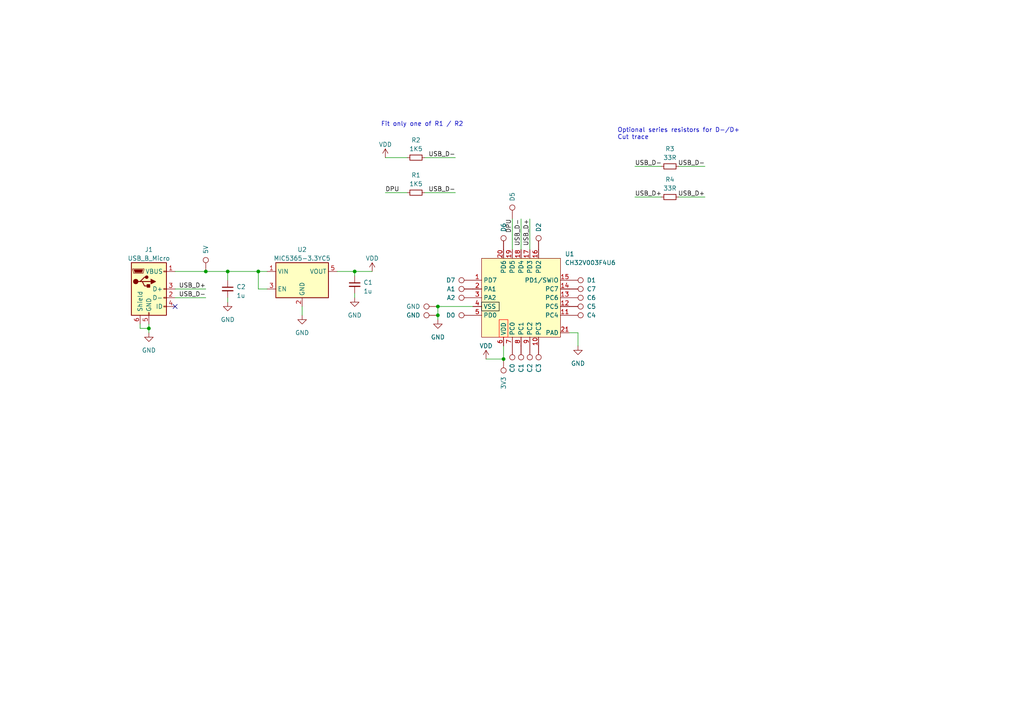
<source format=kicad_sch>
(kicad_sch (version 20230121) (generator eeschema)

  (uuid ef4178df-80dc-4b07-aa16-11f8afe534c0)

  (paper "A4")

  (lib_symbols
    (symbol "CH32:CH32V003F4U6" (in_bom yes) (on_board yes)
      (property "Reference" "U" (at 12.7 15.24 0)
        (effects (font (size 1.27 1.27)) (justify left))
      )
      (property "Value" "CH32V003F4U6" (at 12.7 12.7 0)
        (effects (font (size 1.27 1.27)) (justify left))
      )
      (property "Footprint" "Package_DFN_QFN:QFN-20-1EP_3x3mm_P0.4mm_EP1.65x1.65mm" (at 0 0 0)
        (effects (font (size 1.27 1.27)) hide)
      )
      (property "Datasheet" "" (at 0 0 0)
        (effects (font (size 1.27 1.27)) hide)
      )
      (symbol "CH32V003F4U6_1_1"
        (rectangle (start -11.43 -1.27) (end -6.35 -3.81)
          (stroke (width 0) (type default) (color 0 0 0 1))
          (fill (type none))
        )
        (rectangle (start -11.43 11.43) (end 11.43 -11.43)
          (stroke (width 0) (type default))
          (fill (type background))
        )
        (rectangle (start -6.35 -6.35) (end -3.81 -11.43)
          (stroke (width 0) (type default) (color 255 0 0 1))
          (fill (type none))
        )
        (pin bidirectional line (at -13.97 5.08 0) (length 2.54)
          (name "PD7" (effects (font (size 1.27 1.27))))
          (number "1" (effects (font (size 1.27 1.27))))
        )
        (pin bidirectional line (at 5.08 -13.97 90) (length 2.54)
          (name "PC3" (effects (font (size 1.27 1.27))))
          (number "10" (effects (font (size 1.27 1.27))))
        )
        (pin bidirectional line (at 13.97 -5.08 180) (length 2.54)
          (name "PC4" (effects (font (size 1.27 1.27))))
          (number "11" (effects (font (size 1.27 1.27))))
        )
        (pin bidirectional line (at 13.97 -2.54 180) (length 2.54)
          (name "PC5" (effects (font (size 1.27 1.27))))
          (number "12" (effects (font (size 1.27 1.27))))
        )
        (pin bidirectional line (at 13.97 0 180) (length 2.54)
          (name "PC6" (effects (font (size 1.27 1.27))))
          (number "13" (effects (font (size 1.27 1.27))))
        )
        (pin bidirectional line (at 13.97 2.54 180) (length 2.54)
          (name "PC7" (effects (font (size 1.27 1.27))))
          (number "14" (effects (font (size 1.27 1.27))))
        )
        (pin bidirectional line (at 13.97 5.08 180) (length 2.54)
          (name "PD1/SWIO" (effects (font (size 1.27 1.27))))
          (number "15" (effects (font (size 1.27 1.27))))
        )
        (pin bidirectional line (at 5.08 13.97 270) (length 2.54)
          (name "PD2" (effects (font (size 1.27 1.27))))
          (number "16" (effects (font (size 1.27 1.27))))
        )
        (pin bidirectional line (at 2.54 13.97 270) (length 2.54)
          (name "PD3" (effects (font (size 1.27 1.27))))
          (number "17" (effects (font (size 1.27 1.27))))
        )
        (pin bidirectional line (at 0 13.97 270) (length 2.54)
          (name "PD4" (effects (font (size 1.27 1.27))))
          (number "18" (effects (font (size 1.27 1.27))))
        )
        (pin bidirectional line (at -2.54 13.97 270) (length 2.54)
          (name "PD5" (effects (font (size 1.27 1.27))))
          (number "19" (effects (font (size 1.27 1.27))))
        )
        (pin bidirectional line (at -13.97 2.54 0) (length 2.54)
          (name "PA1" (effects (font (size 1.27 1.27))))
          (number "2" (effects (font (size 1.27 1.27))))
        )
        (pin bidirectional line (at -5.08 13.97 270) (length 2.54)
          (name "PD6" (effects (font (size 1.27 1.27))))
          (number "20" (effects (font (size 1.27 1.27))))
        )
        (pin bidirectional line (at 13.97 -10.16 180) (length 2.54)
          (name "PAD" (effects (font (size 1.27 1.27))))
          (number "21" (effects (font (size 1.27 1.27))))
        )
        (pin bidirectional line (at -13.97 0 0) (length 2.54)
          (name "PA2" (effects (font (size 1.27 1.27))))
          (number "3" (effects (font (size 1.27 1.27))))
        )
        (pin power_in line (at -13.97 -2.54 0) (length 2.54)
          (name "VSS" (effects (font (size 1.27 1.27))))
          (number "4" (effects (font (size 1.27 1.27))))
        )
        (pin bidirectional line (at -13.97 -5.08 0) (length 2.54)
          (name "PD0" (effects (font (size 1.27 1.27))))
          (number "5" (effects (font (size 1.27 1.27))))
        )
        (pin power_in line (at -5.08 -13.97 90) (length 2.54)
          (name "VDD" (effects (font (size 1.27 1.27))))
          (number "6" (effects (font (size 1.27 1.27))))
        )
        (pin bidirectional line (at -2.54 -13.97 90) (length 2.54)
          (name "PC0" (effects (font (size 1.27 1.27))))
          (number "7" (effects (font (size 1.27 1.27))))
        )
        (pin bidirectional line (at 0 -13.97 90) (length 2.54)
          (name "PC1" (effects (font (size 1.27 1.27))))
          (number "8" (effects (font (size 1.27 1.27))))
        )
        (pin bidirectional line (at 2.54 -13.97 90) (length 2.54)
          (name "PC2" (effects (font (size 1.27 1.27))))
          (number "9" (effects (font (size 1.27 1.27))))
        )
      )
    )
    (symbol "Connector:TestPoint" (pin_numbers hide) (pin_names (offset 0.762) hide) (in_bom yes) (on_board yes)
      (property "Reference" "TP" (at 0 6.858 0)
        (effects (font (size 1.27 1.27)))
      )
      (property "Value" "TestPoint" (at 0 5.08 0)
        (effects (font (size 1.27 1.27)))
      )
      (property "Footprint" "" (at 5.08 0 0)
        (effects (font (size 1.27 1.27)) hide)
      )
      (property "Datasheet" "~" (at 5.08 0 0)
        (effects (font (size 1.27 1.27)) hide)
      )
      (property "ki_keywords" "test point tp" (at 0 0 0)
        (effects (font (size 1.27 1.27)) hide)
      )
      (property "ki_description" "test point" (at 0 0 0)
        (effects (font (size 1.27 1.27)) hide)
      )
      (property "ki_fp_filters" "Pin* Test*" (at 0 0 0)
        (effects (font (size 1.27 1.27)) hide)
      )
      (symbol "TestPoint_0_1"
        (circle (center 0 3.302) (radius 0.762)
          (stroke (width 0) (type default))
          (fill (type none))
        )
      )
      (symbol "TestPoint_1_1"
        (pin passive line (at 0 0 90) (length 2.54)
          (name "1" (effects (font (size 1.27 1.27))))
          (number "1" (effects (font (size 1.27 1.27))))
        )
      )
    )
    (symbol "Connector:USB_B_Micro" (pin_names (offset 1.016)) (in_bom yes) (on_board yes)
      (property "Reference" "J" (at -5.08 11.43 0)
        (effects (font (size 1.27 1.27)) (justify left))
      )
      (property "Value" "USB_B_Micro" (at -5.08 8.89 0)
        (effects (font (size 1.27 1.27)) (justify left))
      )
      (property "Footprint" "" (at 3.81 -1.27 0)
        (effects (font (size 1.27 1.27)) hide)
      )
      (property "Datasheet" "~" (at 3.81 -1.27 0)
        (effects (font (size 1.27 1.27)) hide)
      )
      (property "ki_keywords" "connector USB micro" (at 0 0 0)
        (effects (font (size 1.27 1.27)) hide)
      )
      (property "ki_description" "USB Micro Type B connector" (at 0 0 0)
        (effects (font (size 1.27 1.27)) hide)
      )
      (property "ki_fp_filters" "USB*" (at 0 0 0)
        (effects (font (size 1.27 1.27)) hide)
      )
      (symbol "USB_B_Micro_0_1"
        (rectangle (start -5.08 -7.62) (end 5.08 7.62)
          (stroke (width 0.254) (type default))
          (fill (type background))
        )
        (circle (center -3.81 2.159) (radius 0.635)
          (stroke (width 0.254) (type default))
          (fill (type outline))
        )
        (circle (center -0.635 3.429) (radius 0.381)
          (stroke (width 0.254) (type default))
          (fill (type outline))
        )
        (rectangle (start -0.127 -7.62) (end 0.127 -6.858)
          (stroke (width 0) (type default))
          (fill (type none))
        )
        (polyline
          (pts
            (xy -1.905 2.159)
            (xy 0.635 2.159)
          )
          (stroke (width 0.254) (type default))
          (fill (type none))
        )
        (polyline
          (pts
            (xy -3.175 2.159)
            (xy -2.54 2.159)
            (xy -1.27 3.429)
            (xy -0.635 3.429)
          )
          (stroke (width 0.254) (type default))
          (fill (type none))
        )
        (polyline
          (pts
            (xy -2.54 2.159)
            (xy -1.905 2.159)
            (xy -1.27 0.889)
            (xy 0 0.889)
          )
          (stroke (width 0.254) (type default))
          (fill (type none))
        )
        (polyline
          (pts
            (xy 0.635 2.794)
            (xy 0.635 1.524)
            (xy 1.905 2.159)
            (xy 0.635 2.794)
          )
          (stroke (width 0.254) (type default))
          (fill (type outline))
        )
        (polyline
          (pts
            (xy -4.318 5.588)
            (xy -1.778 5.588)
            (xy -2.032 4.826)
            (xy -4.064 4.826)
            (xy -4.318 5.588)
          )
          (stroke (width 0) (type default))
          (fill (type outline))
        )
        (polyline
          (pts
            (xy -4.699 5.842)
            (xy -4.699 5.588)
            (xy -4.445 4.826)
            (xy -4.445 4.572)
            (xy -1.651 4.572)
            (xy -1.651 4.826)
            (xy -1.397 5.588)
            (xy -1.397 5.842)
            (xy -4.699 5.842)
          )
          (stroke (width 0) (type default))
          (fill (type none))
        )
        (rectangle (start 0.254 1.27) (end -0.508 0.508)
          (stroke (width 0.254) (type default))
          (fill (type outline))
        )
        (rectangle (start 5.08 -5.207) (end 4.318 -4.953)
          (stroke (width 0) (type default))
          (fill (type none))
        )
        (rectangle (start 5.08 -2.667) (end 4.318 -2.413)
          (stroke (width 0) (type default))
          (fill (type none))
        )
        (rectangle (start 5.08 -0.127) (end 4.318 0.127)
          (stroke (width 0) (type default))
          (fill (type none))
        )
        (rectangle (start 5.08 4.953) (end 4.318 5.207)
          (stroke (width 0) (type default))
          (fill (type none))
        )
      )
      (symbol "USB_B_Micro_1_1"
        (pin power_out line (at 7.62 5.08 180) (length 2.54)
          (name "VBUS" (effects (font (size 1.27 1.27))))
          (number "1" (effects (font (size 1.27 1.27))))
        )
        (pin bidirectional line (at 7.62 -2.54 180) (length 2.54)
          (name "D-" (effects (font (size 1.27 1.27))))
          (number "2" (effects (font (size 1.27 1.27))))
        )
        (pin bidirectional line (at 7.62 0 180) (length 2.54)
          (name "D+" (effects (font (size 1.27 1.27))))
          (number "3" (effects (font (size 1.27 1.27))))
        )
        (pin passive line (at 7.62 -5.08 180) (length 2.54)
          (name "ID" (effects (font (size 1.27 1.27))))
          (number "4" (effects (font (size 1.27 1.27))))
        )
        (pin power_out line (at 0 -10.16 90) (length 2.54)
          (name "GND" (effects (font (size 1.27 1.27))))
          (number "5" (effects (font (size 1.27 1.27))))
        )
        (pin passive line (at -2.54 -10.16 90) (length 2.54)
          (name "Shield" (effects (font (size 1.27 1.27))))
          (number "6" (effects (font (size 1.27 1.27))))
        )
      )
    )
    (symbol "Device:C_Small" (pin_numbers hide) (pin_names (offset 0.254) hide) (in_bom yes) (on_board yes)
      (property "Reference" "C" (at 0.254 1.778 0)
        (effects (font (size 1.27 1.27)) (justify left))
      )
      (property "Value" "C_Small" (at 0.254 -2.032 0)
        (effects (font (size 1.27 1.27)) (justify left))
      )
      (property "Footprint" "" (at 0 0 0)
        (effects (font (size 1.27 1.27)) hide)
      )
      (property "Datasheet" "~" (at 0 0 0)
        (effects (font (size 1.27 1.27)) hide)
      )
      (property "ki_keywords" "capacitor cap" (at 0 0 0)
        (effects (font (size 1.27 1.27)) hide)
      )
      (property "ki_description" "Unpolarized capacitor, small symbol" (at 0 0 0)
        (effects (font (size 1.27 1.27)) hide)
      )
      (property "ki_fp_filters" "C_*" (at 0 0 0)
        (effects (font (size 1.27 1.27)) hide)
      )
      (symbol "C_Small_0_1"
        (polyline
          (pts
            (xy -1.524 -0.508)
            (xy 1.524 -0.508)
          )
          (stroke (width 0.3302) (type default))
          (fill (type none))
        )
        (polyline
          (pts
            (xy -1.524 0.508)
            (xy 1.524 0.508)
          )
          (stroke (width 0.3048) (type default))
          (fill (type none))
        )
      )
      (symbol "C_Small_1_1"
        (pin passive line (at 0 2.54 270) (length 2.032)
          (name "~" (effects (font (size 1.27 1.27))))
          (number "1" (effects (font (size 1.27 1.27))))
        )
        (pin passive line (at 0 -2.54 90) (length 2.032)
          (name "~" (effects (font (size 1.27 1.27))))
          (number "2" (effects (font (size 1.27 1.27))))
        )
      )
    )
    (symbol "Device:R_Small" (pin_numbers hide) (pin_names (offset 0.254) hide) (in_bom yes) (on_board yes)
      (property "Reference" "R" (at 0.762 0.508 0)
        (effects (font (size 1.27 1.27)) (justify left))
      )
      (property "Value" "R_Small" (at 0.762 -1.016 0)
        (effects (font (size 1.27 1.27)) (justify left))
      )
      (property "Footprint" "" (at 0 0 0)
        (effects (font (size 1.27 1.27)) hide)
      )
      (property "Datasheet" "~" (at 0 0 0)
        (effects (font (size 1.27 1.27)) hide)
      )
      (property "ki_keywords" "R resistor" (at 0 0 0)
        (effects (font (size 1.27 1.27)) hide)
      )
      (property "ki_description" "Resistor, small symbol" (at 0 0 0)
        (effects (font (size 1.27 1.27)) hide)
      )
      (property "ki_fp_filters" "R_*" (at 0 0 0)
        (effects (font (size 1.27 1.27)) hide)
      )
      (symbol "R_Small_0_1"
        (rectangle (start -0.762 1.778) (end 0.762 -1.778)
          (stroke (width 0.2032) (type default))
          (fill (type none))
        )
      )
      (symbol "R_Small_1_1"
        (pin passive line (at 0 2.54 270) (length 0.762)
          (name "~" (effects (font (size 1.27 1.27))))
          (number "1" (effects (font (size 1.27 1.27))))
        )
        (pin passive line (at 0 -2.54 90) (length 0.762)
          (name "~" (effects (font (size 1.27 1.27))))
          (number "2" (effects (font (size 1.27 1.27))))
        )
      )
    )
    (symbol "Regulator_Linear:MIC5365-3.3YC5" (in_bom yes) (on_board yes)
      (property "Reference" "U" (at -6.35 6.35 0)
        (effects (font (size 1.27 1.27)))
      )
      (property "Value" "MIC5365-3.3YC5" (at 0 6.35 0)
        (effects (font (size 1.27 1.27)) (justify left))
      )
      (property "Footprint" "Package_TO_SOT_SMD:SOT-353_SC-70-5" (at 0 8.89 0)
        (effects (font (size 1.27 1.27)) hide)
      )
      (property "Datasheet" "http://ww1.microchip.com/downloads/en/DeviceDoc/mic5365.pdf" (at -7.62 20.32 0)
        (effects (font (size 1.27 1.27)) hide)
      )
      (property "ki_keywords" "Micrel LDO voltage regulator" (at 0 0 0)
        (effects (font (size 1.27 1.27)) hide)
      )
      (property "ki_description" "150mA Low-dropout Voltage Regulator, Vout 3.3V, Vin up to 5.5V, SC-70-5" (at 0 0 0)
        (effects (font (size 1.27 1.27)) hide)
      )
      (property "ki_fp_filters" "SOT*353*SC*70*" (at 0 0 0)
        (effects (font (size 1.27 1.27)) hide)
      )
      (symbol "MIC5365-3.3YC5_0_1"
        (rectangle (start -7.62 -5.08) (end 7.62 5.08)
          (stroke (width 0.254) (type default))
          (fill (type background))
        )
      )
      (symbol "MIC5365-3.3YC5_1_1"
        (pin power_in line (at -10.16 2.54 0) (length 2.54)
          (name "VIN" (effects (font (size 1.27 1.27))))
          (number "1" (effects (font (size 1.27 1.27))))
        )
        (pin power_in line (at 0 -7.62 90) (length 2.54)
          (name "GND" (effects (font (size 1.27 1.27))))
          (number "2" (effects (font (size 1.27 1.27))))
        )
        (pin input line (at -10.16 -2.54 0) (length 2.54)
          (name "EN" (effects (font (size 1.27 1.27))))
          (number "3" (effects (font (size 1.27 1.27))))
        )
        (pin no_connect line (at 7.62 -2.54 180) (length 2.54) hide
          (name "NC" (effects (font (size 1.27 1.27))))
          (number "4" (effects (font (size 1.27 1.27))))
        )
        (pin power_out line (at 10.16 2.54 180) (length 2.54)
          (name "VOUT" (effects (font (size 1.27 1.27))))
          (number "5" (effects (font (size 1.27 1.27))))
        )
      )
    )
    (symbol "power:GND" (power) (pin_names (offset 0)) (in_bom yes) (on_board yes)
      (property "Reference" "#PWR" (at 0 -6.35 0)
        (effects (font (size 1.27 1.27)) hide)
      )
      (property "Value" "GND" (at 0 -3.81 0)
        (effects (font (size 1.27 1.27)))
      )
      (property "Footprint" "" (at 0 0 0)
        (effects (font (size 1.27 1.27)) hide)
      )
      (property "Datasheet" "" (at 0 0 0)
        (effects (font (size 1.27 1.27)) hide)
      )
      (property "ki_keywords" "global power" (at 0 0 0)
        (effects (font (size 1.27 1.27)) hide)
      )
      (property "ki_description" "Power symbol creates a global label with name \"GND\" , ground" (at 0 0 0)
        (effects (font (size 1.27 1.27)) hide)
      )
      (symbol "GND_0_1"
        (polyline
          (pts
            (xy 0 0)
            (xy 0 -1.27)
            (xy 1.27 -1.27)
            (xy 0 -2.54)
            (xy -1.27 -1.27)
            (xy 0 -1.27)
          )
          (stroke (width 0) (type default))
          (fill (type none))
        )
      )
      (symbol "GND_1_1"
        (pin power_in line (at 0 0 270) (length 0) hide
          (name "GND" (effects (font (size 1.27 1.27))))
          (number "1" (effects (font (size 1.27 1.27))))
        )
      )
    )
    (symbol "power:VDD" (power) (pin_names (offset 0)) (in_bom yes) (on_board yes)
      (property "Reference" "#PWR" (at 0 -3.81 0)
        (effects (font (size 1.27 1.27)) hide)
      )
      (property "Value" "VDD" (at 0 3.81 0)
        (effects (font (size 1.27 1.27)))
      )
      (property "Footprint" "" (at 0 0 0)
        (effects (font (size 1.27 1.27)) hide)
      )
      (property "Datasheet" "" (at 0 0 0)
        (effects (font (size 1.27 1.27)) hide)
      )
      (property "ki_keywords" "global power" (at 0 0 0)
        (effects (font (size 1.27 1.27)) hide)
      )
      (property "ki_description" "Power symbol creates a global label with name \"VDD\"" (at 0 0 0)
        (effects (font (size 1.27 1.27)) hide)
      )
      (symbol "VDD_0_1"
        (polyline
          (pts
            (xy -0.762 1.27)
            (xy 0 2.54)
          )
          (stroke (width 0) (type default))
          (fill (type none))
        )
        (polyline
          (pts
            (xy 0 0)
            (xy 0 2.54)
          )
          (stroke (width 0) (type default))
          (fill (type none))
        )
        (polyline
          (pts
            (xy 0 2.54)
            (xy 0.762 1.27)
          )
          (stroke (width 0) (type default))
          (fill (type none))
        )
      )
      (symbol "VDD_1_1"
        (pin power_in line (at 0 0 90) (length 0) hide
          (name "VDD" (effects (font (size 1.27 1.27))))
          (number "1" (effects (font (size 1.27 1.27))))
        )
      )
    )
  )

  (junction (at 127 91.44) (diameter 0) (color 0 0 0 0)
    (uuid 23c2a3d0-55cd-4b25-a802-0c0571d25308)
  )
  (junction (at 146.05 104.14) (diameter 0) (color 0 0 0 0)
    (uuid 43eda19f-0165-4032-9ec0-efb1731506d3)
  )
  (junction (at 59.69 78.74) (diameter 0) (color 0 0 0 0)
    (uuid 6220d24c-141f-4e78-9bd2-0a9a876538e6)
  )
  (junction (at 127 88.9) (diameter 0) (color 0 0 0 0)
    (uuid 9a956099-22e0-4e43-89e5-316b7d52b01b)
  )
  (junction (at 102.87 78.74) (diameter 0) (color 0 0 0 0)
    (uuid a5c3f52a-8d2e-472c-9fec-1d967aa7e17b)
  )
  (junction (at 43.18 95.25) (diameter 0) (color 0 0 0 0)
    (uuid c3277ed1-94e4-4954-a3be-1b8ec21b9943)
  )
  (junction (at 74.93 78.74) (diameter 0) (color 0 0 0 0)
    (uuid c39e7426-b10c-42cb-8bd1-ea7c944dea33)
  )
  (junction (at 66.04 78.74) (diameter 0) (color 0 0 0 0)
    (uuid e2c6472f-cd8f-4687-bcd7-8ed75e2da14f)
  )

  (no_connect (at 50.8 88.9) (uuid 8a41a423-cd24-42d2-baae-37c70c774e82))

  (wire (pts (xy 66.04 81.28) (xy 66.04 78.74))
    (stroke (width 0) (type default))
    (uuid 018c1a64-6358-4873-9795-e8e706a24cea)
  )
  (wire (pts (xy 111.76 45.72) (xy 118.11 45.72))
    (stroke (width 0) (type default))
    (uuid 02432e64-070f-48cb-817c-f92c6098972a)
  )
  (wire (pts (xy 111.76 55.88) (xy 118.11 55.88))
    (stroke (width 0) (type default))
    (uuid 073ca80f-d21a-4bdd-a7ab-ee223dea1da4)
  )
  (wire (pts (xy 167.64 100.33) (xy 167.64 96.52))
    (stroke (width 0) (type default))
    (uuid 08933a9c-ad08-499d-b33b-7904acb8fc44)
  )
  (wire (pts (xy 151.13 63.5) (xy 151.13 72.39))
    (stroke (width 0) (type default))
    (uuid 0a075183-a928-4347-a6ec-44232bafbf89)
  )
  (wire (pts (xy 50.8 78.74) (xy 59.69 78.74))
    (stroke (width 0) (type default))
    (uuid 0b5921a0-b5de-4294-88a1-2c3f66bd6f65)
  )
  (wire (pts (xy 59.69 86.36) (xy 50.8 86.36))
    (stroke (width 0) (type default))
    (uuid 15b250b5-dde2-46ac-a432-3f4edb1bf009)
  )
  (wire (pts (xy 184.15 57.15) (xy 191.77 57.15))
    (stroke (width 0) (type default))
    (uuid 1ae80a54-f060-4728-889b-a7b12abbb77e)
  )
  (wire (pts (xy 153.67 63.5) (xy 153.67 72.39))
    (stroke (width 0) (type default))
    (uuid 205e648d-0bf1-4341-a457-404246e7d70f)
  )
  (wire (pts (xy 102.87 86.36) (xy 102.87 85.09))
    (stroke (width 0) (type default))
    (uuid 2ff60655-2c74-4d24-87dc-7397230564fa)
  )
  (wire (pts (xy 74.93 83.82) (xy 74.93 78.74))
    (stroke (width 0) (type default))
    (uuid 32e3b355-02b9-4052-b2cc-63557d41e1a5)
  )
  (wire (pts (xy 127 91.44) (xy 127 88.9))
    (stroke (width 0) (type default))
    (uuid 34d718ba-fd31-4476-891b-8f0419adad55)
  )
  (wire (pts (xy 102.87 80.01) (xy 102.87 78.74))
    (stroke (width 0) (type default))
    (uuid 3b8ef990-b32b-4b63-bdcb-1430c06a22f5)
  )
  (wire (pts (xy 167.64 96.52) (xy 165.1 96.52))
    (stroke (width 0) (type default))
    (uuid 3defa106-0729-4d22-a935-c8bee222d35d)
  )
  (wire (pts (xy 123.19 45.72) (xy 132.08 45.72))
    (stroke (width 0) (type default))
    (uuid 45bc87e5-33d5-49d4-8e0b-37bb8cde187d)
  )
  (wire (pts (xy 40.64 95.25) (xy 43.18 95.25))
    (stroke (width 0) (type default))
    (uuid 4ab4645a-3fe6-4fb7-8237-4da436b2381a)
  )
  (wire (pts (xy 107.95 78.74) (xy 102.87 78.74))
    (stroke (width 0) (type default))
    (uuid 4f2ff201-dd39-4b52-9ba3-4033d0e3e3fd)
  )
  (wire (pts (xy 43.18 96.52) (xy 43.18 95.25))
    (stroke (width 0) (type default))
    (uuid 5253e973-853e-4cf1-a9e2-ca771bef377a)
  )
  (wire (pts (xy 59.69 78.74) (xy 66.04 78.74))
    (stroke (width 0) (type default))
    (uuid 63399c9e-5f64-4494-92d2-8934871ffb9d)
  )
  (wire (pts (xy 43.18 95.25) (xy 43.18 93.98))
    (stroke (width 0) (type default))
    (uuid 6dab1628-6582-446d-84d4-45bff81fb5d7)
  )
  (wire (pts (xy 66.04 78.74) (xy 74.93 78.74))
    (stroke (width 0) (type default))
    (uuid 87d83fc4-549f-4df9-a15c-706ec3d4ff1b)
  )
  (wire (pts (xy 204.47 57.15) (xy 196.85 57.15))
    (stroke (width 0) (type default))
    (uuid a01adfe7-e0ed-4376-8aec-1ecfcfcf6b49)
  )
  (wire (pts (xy 77.47 83.82) (xy 74.93 83.82))
    (stroke (width 0) (type default))
    (uuid a65e7878-7193-4288-93b9-8ca7c270738a)
  )
  (wire (pts (xy 59.69 83.82) (xy 50.8 83.82))
    (stroke (width 0) (type default))
    (uuid a8e8ed6b-3090-4c84-a115-4a54bb934ed9)
  )
  (wire (pts (xy 148.59 63.5) (xy 148.59 72.39))
    (stroke (width 0) (type default))
    (uuid c7e60fea-b81e-46e5-aee4-a7c0e0fae1d0)
  )
  (wire (pts (xy 87.63 91.44) (xy 87.63 88.9))
    (stroke (width 0) (type default))
    (uuid c8ec9900-c545-4e62-bf48-7939922c14c5)
  )
  (wire (pts (xy 66.04 87.63) (xy 66.04 86.36))
    (stroke (width 0) (type default))
    (uuid cd13e702-e092-4851-9ad2-c56f83f4af69)
  )
  (wire (pts (xy 204.47 48.26) (xy 196.85 48.26))
    (stroke (width 0) (type default))
    (uuid d7e2ec13-0f7b-45ae-a7bb-53426909c116)
  )
  (wire (pts (xy 102.87 78.74) (xy 97.79 78.74))
    (stroke (width 0) (type default))
    (uuid d952782e-3536-4391-aaa8-f39546b89d06)
  )
  (wire (pts (xy 184.15 48.26) (xy 191.77 48.26))
    (stroke (width 0) (type default))
    (uuid dbe8a1d7-ff90-46e7-8b02-4540f0250b58)
  )
  (wire (pts (xy 127 92.71) (xy 127 91.44))
    (stroke (width 0) (type default))
    (uuid e22fb40a-ee6b-44ad-8f94-c755f754c294)
  )
  (wire (pts (xy 146.05 104.14) (xy 146.05 100.33))
    (stroke (width 0) (type default))
    (uuid e8ff2597-fcf7-4046-9006-ec92791c9262)
  )
  (wire (pts (xy 127 88.9) (xy 137.16 88.9))
    (stroke (width 0) (type default))
    (uuid ed79e5b3-894a-4629-b57e-6d9f10a4b162)
  )
  (wire (pts (xy 40.64 93.98) (xy 40.64 95.25))
    (stroke (width 0) (type default))
    (uuid f2035d44-30b5-4411-9377-b01172da6509)
  )
  (wire (pts (xy 140.97 104.14) (xy 146.05 104.14))
    (stroke (width 0) (type default))
    (uuid f26d73f6-8f9e-4777-ab98-23b6652f756a)
  )
  (wire (pts (xy 123.19 55.88) (xy 132.08 55.88))
    (stroke (width 0) (type default))
    (uuid f9dc3f5f-9453-4c22-bd0b-13c4cb9477e8)
  )
  (wire (pts (xy 74.93 78.74) (xy 77.47 78.74))
    (stroke (width 0) (type default))
    (uuid fda40bd3-fdd8-48b3-869f-f5eda9a5a4a5)
  )

  (text "Fit only one of R1 / R2" (at 110.49 36.83 0)
    (effects (font (size 1.27 1.27)) (justify left bottom))
    (uuid 7486def7-8399-4e0c-886d-93b309dc04fb)
  )
  (text "Optional series resistors for D-/D+\nCut trace" (at 179.07 40.64 0)
    (effects (font (size 1.27 1.27)) (justify left bottom))
    (uuid d8615298-935e-4a91-8d4b-8fcc095a8bfe)
  )

  (label "DPU" (at 148.59 63.5 270) (fields_autoplaced)
    (effects (font (size 1.27 1.27)) (justify right bottom))
    (uuid 12cb2961-6b78-4b9d-ac86-e0dff4109e63)
  )
  (label "USB_D+" (at 153.67 63.5 270) (fields_autoplaced)
    (effects (font (size 1.27 1.27)) (justify right bottom))
    (uuid 15624e02-3921-4f40-8f4d-a8ac0ba1a5b8)
  )
  (label "USB_D-" (at 151.13 63.5 270) (fields_autoplaced)
    (effects (font (size 1.27 1.27)) (justify right bottom))
    (uuid 1d3233b2-e276-4e49-9f75-95edf524d8c6)
  )
  (label "USB_D+" (at 59.69 83.82 180) (fields_autoplaced)
    (effects (font (size 1.27 1.27)) (justify right bottom))
    (uuid 232a036d-6c4c-489c-8b32-0185dc0f2021)
  )
  (label "USB_D+" (at 204.47 57.15 180) (fields_autoplaced)
    (effects (font (size 1.27 1.27)) (justify right bottom))
    (uuid 2ca9d4b5-fa35-4ab7-85bc-e3d258813963)
  )
  (label "USB_D-" (at 132.08 45.72 180) (fields_autoplaced)
    (effects (font (size 1.27 1.27)) (justify right bottom))
    (uuid 3072ee58-eaee-41ce-89db-7ffa8ba92d31)
  )
  (label "USB_D-" (at 132.08 55.88 180) (fields_autoplaced)
    (effects (font (size 1.27 1.27)) (justify right bottom))
    (uuid 941cf863-2213-4b75-9d1d-09b8d48619a8)
  )
  (label "USB_D-" (at 59.69 86.36 180) (fields_autoplaced)
    (effects (font (size 1.27 1.27)) (justify right bottom))
    (uuid bcc7d1c5-d113-4fb4-9b8e-fee26ef6f63b)
  )
  (label "USB_D+" (at 184.15 57.15 0) (fields_autoplaced)
    (effects (font (size 1.27 1.27)) (justify left bottom))
    (uuid d6469819-f654-444c-a6bd-c7645973a80b)
  )
  (label "USB_D-" (at 184.15 48.26 0) (fields_autoplaced)
    (effects (font (size 1.27 1.27)) (justify left bottom))
    (uuid da226d76-190f-4eca-a719-471396f838d6)
  )
  (label "DPU" (at 111.76 55.88 0) (fields_autoplaced)
    (effects (font (size 1.27 1.27)) (justify left bottom))
    (uuid f665ef7b-cf69-4bee-9bf4-149d2e521311)
  )
  (label "USB_D-" (at 204.47 48.26 180) (fields_autoplaced)
    (effects (font (size 1.27 1.27)) (justify right bottom))
    (uuid f953cade-ff42-47b9-9c7f-51602e14d91d)
  )

  (symbol (lib_id "Device:R_Small") (at 120.65 55.88 270) (unit 1)
    (in_bom yes) (on_board yes) (dnp no) (fields_autoplaced)
    (uuid 035e2b3b-c1cf-487c-9d86-f7fd59291428)
    (property "Reference" "R1" (at 120.65 50.8 90)
      (effects (font (size 1.27 1.27)))
    )
    (property "Value" "1K5" (at 120.65 53.34 90)
      (effects (font (size 1.27 1.27)))
    )
    (property "Footprint" "Resistor_SMD:R_0603_1608Metric" (at 120.65 55.88 0)
      (effects (font (size 1.27 1.27)) hide)
    )
    (property "Datasheet" "~" (at 120.65 55.88 0)
      (effects (font (size 1.27 1.27)) hide)
    )
    (pin "1" (uuid bc3ebc7e-099b-4fd7-b2c6-24276db1e881))
    (pin "2" (uuid 2583f0ec-7fbc-4570-9f45-ff4677376222))
    (instances
      (project "ch32v003usb"
        (path "/ef4178df-80dc-4b07-aa16-11f8afe534c0"
          (reference "R1") (unit 1)
        )
      )
    )
  )

  (symbol (lib_id "Connector:TestPoint") (at 146.05 72.39 0) (unit 1)
    (in_bom yes) (on_board yes) (dnp no)
    (uuid 0a8f2482-c68c-4fa8-9d1d-8380a04c25dc)
    (property "Reference" "TP20" (at 148.59 68.453 0)
      (effects (font (size 1.27 1.27)) (justify left) hide)
    )
    (property "Value" "D6" (at 146.05 67.31 90)
      (effects (font (size 1.27 1.27)) (justify left))
    )
    (property "Footprint" "TestPoint:TestPoint_THTPad_D1.5mm_Drill0.7mm" (at 151.13 72.39 0)
      (effects (font (size 1.27 1.27)) hide)
    )
    (property "Datasheet" "~" (at 151.13 72.39 0)
      (effects (font (size 1.27 1.27)) hide)
    )
    (pin "1" (uuid 21e4e1de-395b-4311-9fbe-000ec102a7cc))
    (instances
      (project "qfn-breakout"
        (path "/6d4ab6d7-4a77-458a-8027-effbb1adbe1e"
          (reference "TP20") (unit 1)
        )
      )
      (project "ch32v003usb"
        (path "/ef4178df-80dc-4b07-aa16-11f8afe534c0"
          (reference "TP2") (unit 1)
        )
      )
    )
  )

  (symbol (lib_id "Connector:TestPoint") (at 165.1 86.36 270) (unit 1)
    (in_bom yes) (on_board yes) (dnp no)
    (uuid 1074f88e-02f6-4106-b940-d4b2c3aefc0e)
    (property "Reference" "TP13" (at 169.037 88.9 0)
      (effects (font (size 1.27 1.27)) (justify left) hide)
    )
    (property "Value" "C6" (at 170.18 86.36 90)
      (effects (font (size 1.27 1.27)) (justify left))
    )
    (property "Footprint" "TestPoint:TestPoint_THTPad_D1.5mm_Drill0.7mm" (at 165.1 91.44 0)
      (effects (font (size 1.27 1.27)) hide)
    )
    (property "Datasheet" "~" (at 165.1 91.44 0)
      (effects (font (size 1.27 1.27)) hide)
    )
    (pin "1" (uuid 7b1b50b7-c6c5-4784-8eb6-8f8352af1f40))
    (instances
      (project "qfn-breakout"
        (path "/6d4ab6d7-4a77-458a-8027-effbb1adbe1e"
          (reference "TP13") (unit 1)
        )
      )
      (project "ch32v003usb"
        (path "/ef4178df-80dc-4b07-aa16-11f8afe534c0"
          (reference "TP11") (unit 1)
        )
      )
    )
  )

  (symbol (lib_id "power:GND") (at 66.04 87.63 0) (unit 1)
    (in_bom yes) (on_board yes) (dnp no) (fields_autoplaced)
    (uuid 185ab676-62c6-47ac-bd67-9ae628cf7d01)
    (property "Reference" "#PWR06" (at 66.04 93.98 0)
      (effects (font (size 1.27 1.27)) hide)
    )
    (property "Value" "GND" (at 66.04 92.71 0)
      (effects (font (size 1.27 1.27)))
    )
    (property "Footprint" "" (at 66.04 87.63 0)
      (effects (font (size 1.27 1.27)) hide)
    )
    (property "Datasheet" "" (at 66.04 87.63 0)
      (effects (font (size 1.27 1.27)) hide)
    )
    (pin "1" (uuid 470b1060-b78d-4a9d-9e85-dc729aa45536))
    (instances
      (project "ch32v003usb"
        (path "/ef4178df-80dc-4b07-aa16-11f8afe534c0"
          (reference "#PWR06") (unit 1)
        )
      )
    )
  )

  (symbol (lib_id "Connector:TestPoint") (at 165.1 91.44 270) (unit 1)
    (in_bom yes) (on_board yes) (dnp no)
    (uuid 1ade770c-6979-4e9c-b3fb-f7ed6dba7ec6)
    (property "Reference" "TP11" (at 169.037 93.98 0)
      (effects (font (size 1.27 1.27)) (justify left) hide)
    )
    (property "Value" "C4" (at 170.18 91.44 90)
      (effects (font (size 1.27 1.27)) (justify left))
    )
    (property "Footprint" "TestPoint:TestPoint_THTPad_D1.5mm_Drill0.7mm" (at 165.1 96.52 0)
      (effects (font (size 1.27 1.27)) hide)
    )
    (property "Datasheet" "~" (at 165.1 96.52 0)
      (effects (font (size 1.27 1.27)) hide)
    )
    (pin "1" (uuid 8a999089-c81a-4bab-84e5-b56d9ca1be97))
    (instances
      (project "qfn-breakout"
        (path "/6d4ab6d7-4a77-458a-8027-effbb1adbe1e"
          (reference "TP11") (unit 1)
        )
      )
      (project "ch32v003usb"
        (path "/ef4178df-80dc-4b07-aa16-11f8afe534c0"
          (reference "TP10") (unit 1)
        )
      )
    )
  )

  (symbol (lib_id "power:GND") (at 127 92.71 0) (unit 1)
    (in_bom yes) (on_board yes) (dnp no) (fields_autoplaced)
    (uuid 1f4d498c-f842-4e65-8cdc-aec6d7462f75)
    (property "Reference" "#PWR01" (at 127 99.06 0)
      (effects (font (size 1.27 1.27)) hide)
    )
    (property "Value" "GND" (at 127 97.79 0)
      (effects (font (size 1.27 1.27)))
    )
    (property "Footprint" "" (at 127 92.71 0)
      (effects (font (size 1.27 1.27)) hide)
    )
    (property "Datasheet" "" (at 127 92.71 0)
      (effects (font (size 1.27 1.27)) hide)
    )
    (pin "1" (uuid dd0cf4fe-444d-4525-8395-d2bd69de1882))
    (instances
      (project "ch32v003usb"
        (path "/ef4178df-80dc-4b07-aa16-11f8afe534c0"
          (reference "#PWR01") (unit 1)
        )
      )
    )
  )

  (symbol (lib_id "power:GND") (at 87.63 91.44 0) (unit 1)
    (in_bom yes) (on_board yes) (dnp no) (fields_autoplaced)
    (uuid 22e28561-0483-460a-ba3a-e6a2156a5244)
    (property "Reference" "#PWR02" (at 87.63 97.79 0)
      (effects (font (size 1.27 1.27)) hide)
    )
    (property "Value" "GND" (at 87.63 96.52 0)
      (effects (font (size 1.27 1.27)))
    )
    (property "Footprint" "" (at 87.63 91.44 0)
      (effects (font (size 1.27 1.27)) hide)
    )
    (property "Datasheet" "" (at 87.63 91.44 0)
      (effects (font (size 1.27 1.27)) hide)
    )
    (pin "1" (uuid e666c1fe-2a5d-4293-b456-ff77629294a7))
    (instances
      (project "ch32v003usb"
        (path "/ef4178df-80dc-4b07-aa16-11f8afe534c0"
          (reference "#PWR02") (unit 1)
        )
      )
    )
  )

  (symbol (lib_id "Connector:TestPoint") (at 165.1 81.28 270) (unit 1)
    (in_bom yes) (on_board yes) (dnp no)
    (uuid 23ab30dc-06ac-4d46-aac3-c2e86a228de1)
    (property "Reference" "TP15" (at 169.037 83.82 0)
      (effects (font (size 1.27 1.27)) (justify left) hide)
    )
    (property "Value" "D1" (at 170.18 81.28 90)
      (effects (font (size 1.27 1.27)) (justify left))
    )
    (property "Footprint" "TestPoint:TestPoint_THTPad_D1.5mm_Drill0.7mm" (at 165.1 86.36 0)
      (effects (font (size 1.27 1.27)) hide)
    )
    (property "Datasheet" "~" (at 165.1 86.36 0)
      (effects (font (size 1.27 1.27)) hide)
    )
    (pin "1" (uuid 6165869a-8350-47ed-a00a-b87e2f148877))
    (instances
      (project "qfn-breakout"
        (path "/6d4ab6d7-4a77-458a-8027-effbb1adbe1e"
          (reference "TP15") (unit 1)
        )
      )
      (project "ch32v003usb"
        (path "/ef4178df-80dc-4b07-aa16-11f8afe534c0"
          (reference "TP15") (unit 1)
        )
      )
    )
  )

  (symbol (lib_id "Connector:TestPoint") (at 137.16 81.28 90) (unit 1)
    (in_bom yes) (on_board yes) (dnp no)
    (uuid 283a391c-a6ce-44f2-8b09-5fb047986ba0)
    (property "Reference" "TP1" (at 132.08 81.915 90)
      (effects (font (size 1.27 1.27)) (justify left) hide)
    )
    (property "Value" "D7" (at 132.08 81.28 90)
      (effects (font (size 1.27 1.27)) (justify left))
    )
    (property "Footprint" "TestPoint:TestPoint_THTPad_D1.5mm_Drill0.7mm" (at 137.16 76.2 0)
      (effects (font (size 1.27 1.27)) hide)
    )
    (property "Datasheet" "~" (at 137.16 76.2 0)
      (effects (font (size 1.27 1.27)) hide)
    )
    (pin "1" (uuid d7a7ef3e-4e91-4c96-a669-0a3e5794cb50))
    (instances
      (project "qfn-breakout"
        (path "/6d4ab6d7-4a77-458a-8027-effbb1adbe1e"
          (reference "TP1") (unit 1)
        )
      )
      (project "ch32v003usb"
        (path "/ef4178df-80dc-4b07-aa16-11f8afe534c0"
          (reference "TP12") (unit 1)
        )
      )
    )
  )

  (symbol (lib_id "Regulator_Linear:MIC5365-3.3YC5") (at 87.63 81.28 0) (unit 1)
    (in_bom yes) (on_board yes) (dnp no) (fields_autoplaced)
    (uuid 2d4ebaec-2291-4344-b48a-08d36c008eb4)
    (property "Reference" "U2" (at 87.63 72.39 0)
      (effects (font (size 1.27 1.27)))
    )
    (property "Value" "MIC5365-3.3YC5" (at 87.63 74.93 0)
      (effects (font (size 1.27 1.27)))
    )
    (property "Footprint" "Package_TO_SOT_SMD:SOT-353_SC-70-5" (at 87.63 72.39 0)
      (effects (font (size 1.27 1.27)) hide)
    )
    (property "Datasheet" "http://ww1.microchip.com/downloads/en/DeviceDoc/mic5365.pdf" (at 80.01 60.96 0)
      (effects (font (size 1.27 1.27)) hide)
    )
    (pin "1" (uuid aaae11c0-c9e0-46cc-a3ad-726644344d25))
    (pin "2" (uuid e6570eee-1d9d-43b1-9ab8-21164e39d226))
    (pin "3" (uuid 1f86d467-2a67-4a60-8bf1-0811173ab432))
    (pin "4" (uuid 8e03657d-5a5f-4838-aa54-5b153f692b9b))
    (pin "5" (uuid 9a649459-45e2-4f0d-b814-a253ac6cd7af))
    (instances
      (project "ch32v003usb"
        (path "/ef4178df-80dc-4b07-aa16-11f8afe534c0"
          (reference "U2") (unit 1)
        )
      )
    )
  )

  (symbol (lib_id "Connector:TestPoint") (at 153.67 100.33 180) (unit 1)
    (in_bom yes) (on_board yes) (dnp no)
    (uuid 31c0aef7-b45e-49fe-bca4-34a768a476a2)
    (property "Reference" "TP9" (at 151.13 104.267 0)
      (effects (font (size 1.27 1.27)) (justify left) hide)
    )
    (property "Value" "C2" (at 153.67 105.41 90)
      (effects (font (size 1.27 1.27)) (justify left))
    )
    (property "Footprint" "TestPoint:TestPoint_THTPad_D1.5mm_Drill0.7mm" (at 148.59 100.33 0)
      (effects (font (size 1.27 1.27)) hide)
    )
    (property "Datasheet" "~" (at 148.59 100.33 0)
      (effects (font (size 1.27 1.27)) hide)
    )
    (pin "1" (uuid c8bb4868-6f63-40e6-8334-a439ad2e3bfc))
    (instances
      (project "qfn-breakout"
        (path "/6d4ab6d7-4a77-458a-8027-effbb1adbe1e"
          (reference "TP9") (unit 1)
        )
      )
      (project "ch32v003usb"
        (path "/ef4178df-80dc-4b07-aa16-11f8afe534c0"
          (reference "TP7") (unit 1)
        )
      )
    )
  )

  (symbol (lib_id "Connector:TestPoint") (at 156.21 100.33 180) (unit 1)
    (in_bom yes) (on_board yes) (dnp no)
    (uuid 4f8a71de-dbf1-4cea-931b-f6b2920e2d4f)
    (property "Reference" "TP10" (at 153.67 104.267 0)
      (effects (font (size 1.27 1.27)) (justify left) hide)
    )
    (property "Value" "C3" (at 156.21 105.41 90)
      (effects (font (size 1.27 1.27)) (justify left))
    )
    (property "Footprint" "TestPoint:TestPoint_THTPad_D1.5mm_Drill0.7mm" (at 151.13 100.33 0)
      (effects (font (size 1.27 1.27)) hide)
    )
    (property "Datasheet" "~" (at 151.13 100.33 0)
      (effects (font (size 1.27 1.27)) hide)
    )
    (pin "1" (uuid 4f65a15c-7abd-4971-a014-7d494a2357d4))
    (instances
      (project "qfn-breakout"
        (path "/6d4ab6d7-4a77-458a-8027-effbb1adbe1e"
          (reference "TP10") (unit 1)
        )
      )
      (project "ch32v003usb"
        (path "/ef4178df-80dc-4b07-aa16-11f8afe534c0"
          (reference "TP9") (unit 1)
        )
      )
    )
  )

  (symbol (lib_id "Device:C_Small") (at 102.87 82.55 0) (unit 1)
    (in_bom yes) (on_board yes) (dnp no) (fields_autoplaced)
    (uuid 63b3f193-76f3-446f-bf82-d248448ddd4e)
    (property "Reference" "C1" (at 105.41 81.9213 0)
      (effects (font (size 1.27 1.27)) (justify left))
    )
    (property "Value" "1u" (at 105.41 84.4613 0)
      (effects (font (size 1.27 1.27)) (justify left))
    )
    (property "Footprint" "Capacitor_SMD:C_0603_1608Metric" (at 102.87 82.55 0)
      (effects (font (size 1.27 1.27)) hide)
    )
    (property "Datasheet" "~" (at 102.87 82.55 0)
      (effects (font (size 1.27 1.27)) hide)
    )
    (pin "1" (uuid 59714274-3647-4f0f-a30d-57554ed4ad99))
    (pin "2" (uuid eb4b53a4-a7f1-4ddc-820c-f8977c658a35))
    (instances
      (project "ch32v003usb"
        (path "/ef4178df-80dc-4b07-aa16-11f8afe534c0"
          (reference "C1") (unit 1)
        )
      )
    )
  )

  (symbol (lib_id "Connector:TestPoint") (at 127 88.9 90) (unit 1)
    (in_bom yes) (on_board yes) (dnp no)
    (uuid 743aceff-530a-47b8-b279-906c5865cf6d)
    (property "Reference" "TP3" (at 123.063 86.36 0)
      (effects (font (size 1.27 1.27)) (justify left) hide)
    )
    (property "Value" "GND" (at 121.92 88.9 90)
      (effects (font (size 1.27 1.27)) (justify left))
    )
    (property "Footprint" "TestPoint:TestPoint_THTPad_D1.5mm_Drill0.7mm" (at 127 83.82 0)
      (effects (font (size 1.27 1.27)) hide)
    )
    (property "Datasheet" "~" (at 127 83.82 0)
      (effects (font (size 1.27 1.27)) hide)
    )
    (pin "1" (uuid 61f7e59c-9bc5-4429-910a-1d4cc58691f1))
    (instances
      (project "qfn-breakout"
        (path "/6d4ab6d7-4a77-458a-8027-effbb1adbe1e"
          (reference "TP3") (unit 1)
        )
      )
      (project "ch32v003usb"
        (path "/ef4178df-80dc-4b07-aa16-11f8afe534c0"
          (reference "TP16") (unit 1)
        )
      )
    )
  )

  (symbol (lib_id "Connector:TestPoint") (at 59.69 78.74 0) (unit 1)
    (in_bom yes) (on_board yes) (dnp no)
    (uuid 75cef26f-ac0e-4ec4-a999-bba95ad7605b)
    (property "Reference" "TP20" (at 62.23 74.803 0)
      (effects (font (size 1.27 1.27)) (justify left) hide)
    )
    (property "Value" "5V" (at 59.69 73.66 90)
      (effects (font (size 1.27 1.27)) (justify left))
    )
    (property "Footprint" "TestPoint:TestPoint_THTPad_D1.5mm_Drill0.7mm" (at 64.77 78.74 0)
      (effects (font (size 1.27 1.27)) hide)
    )
    (property "Datasheet" "~" (at 64.77 78.74 0)
      (effects (font (size 1.27 1.27)) hide)
    )
    (pin "1" (uuid 4ed24b1b-8756-4f53-aff7-b7df87c928cc))
    (instances
      (project "qfn-breakout"
        (path "/6d4ab6d7-4a77-458a-8027-effbb1adbe1e"
          (reference "TP20") (unit 1)
        )
      )
      (project "ch32v003usb"
        (path "/ef4178df-80dc-4b07-aa16-11f8afe534c0"
          (reference "TP18") (unit 1)
        )
      )
    )
  )

  (symbol (lib_id "power:GND") (at 43.18 96.52 0) (unit 1)
    (in_bom yes) (on_board yes) (dnp no) (fields_autoplaced)
    (uuid 7db0973a-21fd-4ce8-92b2-1308f4511afd)
    (property "Reference" "#PWR07" (at 43.18 102.87 0)
      (effects (font (size 1.27 1.27)) hide)
    )
    (property "Value" "GND" (at 43.18 101.6 0)
      (effects (font (size 1.27 1.27)))
    )
    (property "Footprint" "" (at 43.18 96.52 0)
      (effects (font (size 1.27 1.27)) hide)
    )
    (property "Datasheet" "" (at 43.18 96.52 0)
      (effects (font (size 1.27 1.27)) hide)
    )
    (pin "1" (uuid 6eb21172-246b-444d-b805-f0dc12fc51a9))
    (instances
      (project "ch32v003usb"
        (path "/ef4178df-80dc-4b07-aa16-11f8afe534c0"
          (reference "#PWR07") (unit 1)
        )
      )
    )
  )

  (symbol (lib_id "Device:R_Small") (at 120.65 45.72 270) (unit 1)
    (in_bom yes) (on_board yes) (dnp no) (fields_autoplaced)
    (uuid 7f082a8f-94ac-4050-8355-5c0a2a844b73)
    (property "Reference" "R2" (at 120.65 40.64 90)
      (effects (font (size 1.27 1.27)))
    )
    (property "Value" "1K5" (at 120.65 43.18 90)
      (effects (font (size 1.27 1.27)))
    )
    (property "Footprint" "Resistor_SMD:R_0603_1608Metric" (at 120.65 45.72 0)
      (effects (font (size 1.27 1.27)) hide)
    )
    (property "Datasheet" "~" (at 120.65 45.72 0)
      (effects (font (size 1.27 1.27)) hide)
    )
    (pin "1" (uuid 969534eb-af2f-4fb9-8150-401e9f0cd713))
    (pin "2" (uuid d144fa96-c256-4006-aa60-561fbf45e521))
    (instances
      (project "ch32v003usb"
        (path "/ef4178df-80dc-4b07-aa16-11f8afe534c0"
          (reference "R2") (unit 1)
        )
      )
    )
  )

  (symbol (lib_id "power:GND") (at 167.64 100.33 0) (unit 1)
    (in_bom yes) (on_board yes) (dnp no) (fields_autoplaced)
    (uuid 81898d6f-9523-441c-9881-8decb331061b)
    (property "Reference" "#PWR08" (at 167.64 106.68 0)
      (effects (font (size 1.27 1.27)) hide)
    )
    (property "Value" "GND" (at 167.64 105.41 0)
      (effects (font (size 1.27 1.27)))
    )
    (property "Footprint" "" (at 167.64 100.33 0)
      (effects (font (size 1.27 1.27)) hide)
    )
    (property "Datasheet" "" (at 167.64 100.33 0)
      (effects (font (size 1.27 1.27)) hide)
    )
    (pin "1" (uuid 7124fe72-e5c1-4c11-974a-a4cfaf7b579a))
    (instances
      (project "ch32v003usb"
        (path "/ef4178df-80dc-4b07-aa16-11f8afe534c0"
          (reference "#PWR08") (unit 1)
        )
      )
    )
  )

  (symbol (lib_id "Connector:TestPoint") (at 148.59 100.33 180) (unit 1)
    (in_bom yes) (on_board yes) (dnp no)
    (uuid 95f1df71-0cbc-49ab-b557-40f47c6c27ed)
    (property "Reference" "TP7" (at 146.05 104.267 0)
      (effects (font (size 1.27 1.27)) (justify left) hide)
    )
    (property "Value" "C0" (at 148.59 105.41 90)
      (effects (font (size 1.27 1.27)) (justify left))
    )
    (property "Footprint" "TestPoint:TestPoint_THTPad_D1.5mm_Drill0.7mm" (at 143.51 100.33 0)
      (effects (font (size 1.27 1.27)) hide)
    )
    (property "Datasheet" "~" (at 143.51 100.33 0)
      (effects (font (size 1.27 1.27)) hide)
    )
    (pin "1" (uuid 3cf736c9-260a-4db6-9606-df892027ed8d))
    (instances
      (project "qfn-breakout"
        (path "/6d4ab6d7-4a77-458a-8027-effbb1adbe1e"
          (reference "TP7") (unit 1)
        )
      )
      (project "ch32v003usb"
        (path "/ef4178df-80dc-4b07-aa16-11f8afe534c0"
          (reference "TP8") (unit 1)
        )
      )
    )
  )

  (symbol (lib_id "Connector:TestPoint") (at 165.1 88.9 270) (unit 1)
    (in_bom yes) (on_board yes) (dnp no)
    (uuid 98eeeb3e-4239-46c3-8cfb-f721af5601d9)
    (property "Reference" "TP12" (at 169.037 91.44 0)
      (effects (font (size 1.27 1.27)) (justify left) hide)
    )
    (property "Value" "C5" (at 170.18 88.9 90)
      (effects (font (size 1.27 1.27)) (justify left))
    )
    (property "Footprint" "TestPoint:TestPoint_THTPad_D1.5mm_Drill0.7mm" (at 165.1 93.98 0)
      (effects (font (size 1.27 1.27)) hide)
    )
    (property "Datasheet" "~" (at 165.1 93.98 0)
      (effects (font (size 1.27 1.27)) hide)
    )
    (pin "1" (uuid 9a4a8770-3ffb-4753-a711-720c162f7c79))
    (instances
      (project "qfn-breakout"
        (path "/6d4ab6d7-4a77-458a-8027-effbb1adbe1e"
          (reference "TP12") (unit 1)
        )
      )
      (project "ch32v003usb"
        (path "/ef4178df-80dc-4b07-aa16-11f8afe534c0"
          (reference "TP1") (unit 1)
        )
      )
    )
  )

  (symbol (lib_id "Connector:TestPoint") (at 151.13 100.33 180) (unit 1)
    (in_bom yes) (on_board yes) (dnp no)
    (uuid 9b89c0ff-794a-45c7-9ae7-c6bbc1f57a28)
    (property "Reference" "TP8" (at 148.59 104.267 0)
      (effects (font (size 1.27 1.27)) (justify left) hide)
    )
    (property "Value" "C1" (at 151.13 105.41 90)
      (effects (font (size 1.27 1.27)) (justify left))
    )
    (property "Footprint" "TestPoint:TestPoint_THTPad_D1.5mm_Drill0.7mm" (at 146.05 100.33 0)
      (effects (font (size 1.27 1.27)) hide)
    )
    (property "Datasheet" "~" (at 146.05 100.33 0)
      (effects (font (size 1.27 1.27)) hide)
    )
    (pin "1" (uuid b246f448-ef91-4c04-a70e-5a268d99fe95))
    (instances
      (project "qfn-breakout"
        (path "/6d4ab6d7-4a77-458a-8027-effbb1adbe1e"
          (reference "TP8") (unit 1)
        )
      )
      (project "ch32v003usb"
        (path "/ef4178df-80dc-4b07-aa16-11f8afe534c0"
          (reference "TP5") (unit 1)
        )
      )
    )
  )

  (symbol (lib_id "Device:C_Small") (at 66.04 83.82 0) (unit 1)
    (in_bom yes) (on_board yes) (dnp no) (fields_autoplaced)
    (uuid 9eaed9f5-a5dc-4296-a0fd-1457d01f149c)
    (property "Reference" "C2" (at 68.58 83.1913 0)
      (effects (font (size 1.27 1.27)) (justify left))
    )
    (property "Value" "1u" (at 68.58 85.7313 0)
      (effects (font (size 1.27 1.27)) (justify left))
    )
    (property "Footprint" "Capacitor_SMD:C_0603_1608Metric" (at 66.04 83.82 0)
      (effects (font (size 1.27 1.27)) hide)
    )
    (property "Datasheet" "~" (at 66.04 83.82 0)
      (effects (font (size 1.27 1.27)) hide)
    )
    (pin "1" (uuid 79c3706c-ad21-48ff-94a7-f54795abd6b3))
    (pin "2" (uuid d7d646a4-455b-4af8-b64f-c79eae024a1a))
    (instances
      (project "ch32v003usb"
        (path "/ef4178df-80dc-4b07-aa16-11f8afe534c0"
          (reference "C2") (unit 1)
        )
      )
    )
  )

  (symbol (lib_id "Connector:TestPoint") (at 165.1 83.82 270) (unit 1)
    (in_bom yes) (on_board yes) (dnp no)
    (uuid a0fd5008-8b36-4da5-a708-094f9446140e)
    (property "Reference" "TP14" (at 169.037 86.36 0)
      (effects (font (size 1.27 1.27)) (justify left) hide)
    )
    (property "Value" "C7" (at 170.18 83.82 90)
      (effects (font (size 1.27 1.27)) (justify left))
    )
    (property "Footprint" "TestPoint:TestPoint_THTPad_D1.5mm_Drill0.7mm" (at 165.1 88.9 0)
      (effects (font (size 1.27 1.27)) hide)
    )
    (property "Datasheet" "~" (at 165.1 88.9 0)
      (effects (font (size 1.27 1.27)) hide)
    )
    (pin "1" (uuid 31efdf4b-b258-43f4-8b78-ed3eeb2d30cb))
    (instances
      (project "qfn-breakout"
        (path "/6d4ab6d7-4a77-458a-8027-effbb1adbe1e"
          (reference "TP14") (unit 1)
        )
      )
      (project "ch32v003usb"
        (path "/ef4178df-80dc-4b07-aa16-11f8afe534c0"
          (reference "TP13") (unit 1)
        )
      )
    )
  )

  (symbol (lib_id "Connector:TestPoint") (at 137.16 91.44 90) (unit 1)
    (in_bom yes) (on_board yes) (dnp no)
    (uuid a493d2c4-2b88-487b-a290-6cc470faecdc)
    (property "Reference" "TP5" (at 133.223 88.9 0)
      (effects (font (size 1.27 1.27)) (justify left) hide)
    )
    (property "Value" "D0" (at 132.08 91.44 90)
      (effects (font (size 1.27 1.27)) (justify left))
    )
    (property "Footprint" "TestPoint:TestPoint_THTPad_D1.5mm_Drill0.7mm" (at 137.16 86.36 0)
      (effects (font (size 1.27 1.27)) hide)
    )
    (property "Datasheet" "~" (at 137.16 86.36 0)
      (effects (font (size 1.27 1.27)) hide)
    )
    (pin "1" (uuid 61460616-4c9b-42ba-891e-26bb877700d8))
    (instances
      (project "qfn-breakout"
        (path "/6d4ab6d7-4a77-458a-8027-effbb1adbe1e"
          (reference "TP5") (unit 1)
        )
      )
      (project "ch32v003usb"
        (path "/ef4178df-80dc-4b07-aa16-11f8afe534c0"
          (reference "TP4") (unit 1)
        )
      )
    )
  )

  (symbol (lib_id "Connector:TestPoint") (at 137.16 86.36 90) (unit 1)
    (in_bom yes) (on_board yes) (dnp no)
    (uuid a516ed74-ee9c-4ae9-8261-b3e9b675df3a)
    (property "Reference" "TP4" (at 132.08 86.995 90)
      (effects (font (size 1.27 1.27)) (justify left) hide)
    )
    (property "Value" "A2" (at 132.08 86.36 90)
      (effects (font (size 1.27 1.27)) (justify left))
    )
    (property "Footprint" "TestPoint:TestPoint_THTPad_D1.5mm_Drill0.7mm" (at 137.16 81.28 0)
      (effects (font (size 1.27 1.27)) hide)
    )
    (property "Datasheet" "~" (at 137.16 81.28 0)
      (effects (font (size 1.27 1.27)) hide)
    )
    (pin "1" (uuid 612a30bb-f430-4562-a422-e1d68e1b0f30))
    (instances
      (project "qfn-breakout"
        (path "/6d4ab6d7-4a77-458a-8027-effbb1adbe1e"
          (reference "TP4") (unit 1)
        )
      )
      (project "ch32v003usb"
        (path "/ef4178df-80dc-4b07-aa16-11f8afe534c0"
          (reference "TP3") (unit 1)
        )
      )
    )
  )

  (symbol (lib_id "power:VDD") (at 107.95 78.74 0) (unit 1)
    (in_bom yes) (on_board yes) (dnp no) (fields_autoplaced)
    (uuid a710ae37-35a6-424c-9834-062ddb517da0)
    (property "Reference" "#PWR03" (at 107.95 82.55 0)
      (effects (font (size 1.27 1.27)) hide)
    )
    (property "Value" "VDD" (at 107.95 74.93 0)
      (effects (font (size 1.27 1.27)))
    )
    (property "Footprint" "" (at 107.95 78.74 0)
      (effects (font (size 1.27 1.27)) hide)
    )
    (property "Datasheet" "" (at 107.95 78.74 0)
      (effects (font (size 1.27 1.27)) hide)
    )
    (pin "1" (uuid 8488ba9d-69f7-4a66-b4cb-362178e29ff6))
    (instances
      (project "ch32v003usb"
        (path "/ef4178df-80dc-4b07-aa16-11f8afe534c0"
          (reference "#PWR03") (unit 1)
        )
      )
    )
  )

  (symbol (lib_id "Connector:TestPoint") (at 137.16 83.82 90) (unit 1)
    (in_bom yes) (on_board yes) (dnp no)
    (uuid a7dafe60-e464-4867-bfbc-8b99e4b7bfc1)
    (property "Reference" "TP2" (at 127 85.09 90)
      (effects (font (size 1.27 1.27)) (justify left) hide)
    )
    (property "Value" "A1" (at 132.08 83.82 90)
      (effects (font (size 1.27 1.27)) (justify left))
    )
    (property "Footprint" "TestPoint:TestPoint_THTPad_D1.5mm_Drill0.7mm" (at 137.16 78.74 0)
      (effects (font (size 1.27 1.27)) hide)
    )
    (property "Datasheet" "~" (at 137.16 78.74 0)
      (effects (font (size 1.27 1.27)) hide)
    )
    (pin "1" (uuid 2ce080bb-d81d-4459-a3bb-49fe795550b6))
    (instances
      (project "qfn-breakout"
        (path "/6d4ab6d7-4a77-458a-8027-effbb1adbe1e"
          (reference "TP2") (unit 1)
        )
      )
      (project "ch32v003usb"
        (path "/ef4178df-80dc-4b07-aa16-11f8afe534c0"
          (reference "TP14") (unit 1)
        )
      )
    )
  )

  (symbol (lib_id "CH32:CH32V003F4U6") (at 151.13 86.36 0) (unit 1)
    (in_bom yes) (on_board yes) (dnp no)
    (uuid a9bbc8ca-2d0f-4406-a6e3-3b05f7f07296)
    (property "Reference" "U1" (at 163.83 73.66 0)
      (effects (font (size 1.27 1.27)) (justify left))
    )
    (property "Value" "CH32V003F4U6" (at 163.83 76.2 0)
      (effects (font (size 1.27 1.27)) (justify left))
    )
    (property "Footprint" "Package_DFN_QFN:QFN-20-1EP_3x3mm_P0.4mm_EP1.65x1.65mm" (at 151.13 86.36 0)
      (effects (font (size 1.27 1.27)) hide)
    )
    (property "Datasheet" "" (at 151.13 86.36 0)
      (effects (font (size 1.27 1.27)) hide)
    )
    (pin "1" (uuid 536a33de-2997-4769-93dd-902a478a16fd))
    (pin "10" (uuid 1e976cfd-dae0-4300-ada9-20c28f088ed6))
    (pin "11" (uuid 065b8282-3529-4c01-87c4-9c592ce534c2))
    (pin "12" (uuid 45b0cd4a-6446-41a5-a086-e4ab4dcb8fff))
    (pin "13" (uuid ae9d3a4a-6d29-46d7-bc44-9b350fc4f0d7))
    (pin "14" (uuid 1f071752-ee4e-4aaa-a806-ef07d4f5455b))
    (pin "15" (uuid 05cfb596-41b0-4042-bcc3-011b673e42a2))
    (pin "16" (uuid d87399a4-b233-40f7-ac44-052e696221e8))
    (pin "17" (uuid 26366b49-cb9b-4184-a4d5-32fe060d6eea))
    (pin "18" (uuid 3662eb03-2828-4c71-a728-6e95f1eba6d4))
    (pin "19" (uuid 85f56bfb-053b-4382-8b67-b42ced34fc39))
    (pin "2" (uuid e85bca3c-79c8-4455-b137-a2707899825c))
    (pin "20" (uuid b43a6661-f05d-4f9b-9023-c99e6035f177))
    (pin "21" (uuid ce7aad42-3021-4f35-8b49-66a3ada48fa5))
    (pin "3" (uuid 3eaf4e65-c801-45c1-a7ea-7117bfd832ac))
    (pin "4" (uuid 970e9249-ddc5-4868-a68e-4cac6df24d91))
    (pin "5" (uuid 2c463e5b-c72a-47af-8869-6d1efbfe8e0f))
    (pin "6" (uuid f1bcb686-eb18-4a57-ae21-edc279251168))
    (pin "7" (uuid 21dc12e5-7548-4513-9ab5-ae1e62ef842f))
    (pin "8" (uuid c77174eb-0d70-4bf8-8b0d-3226fc9f73d3))
    (pin "9" (uuid c002787b-8219-4d9e-a50f-e149440b23ab))
    (instances
      (project "led-stud"
        (path "/21788cf0-e2fc-4ec6-83fd-5a1bb2703dde"
          (reference "U1") (unit 1)
        )
      )
      (project "ch32v003usb"
        (path "/ef4178df-80dc-4b07-aa16-11f8afe534c0"
          (reference "U1") (unit 1)
        )
      )
    )
  )

  (symbol (lib_id "power:VDD") (at 111.76 45.72 0) (unit 1)
    (in_bom yes) (on_board yes) (dnp no) (fields_autoplaced)
    (uuid c46b2b67-dfe9-48bf-81e6-ccaa5a4225e5)
    (property "Reference" "#PWR09" (at 111.76 49.53 0)
      (effects (font (size 1.27 1.27)) hide)
    )
    (property "Value" "VDD" (at 111.76 41.91 0)
      (effects (font (size 1.27 1.27)))
    )
    (property "Footprint" "" (at 111.76 45.72 0)
      (effects (font (size 1.27 1.27)) hide)
    )
    (property "Datasheet" "" (at 111.76 45.72 0)
      (effects (font (size 1.27 1.27)) hide)
    )
    (pin "1" (uuid 8d064caf-ec52-4c22-b3f2-6e7d3180b389))
    (instances
      (project "ch32v003usb"
        (path "/ef4178df-80dc-4b07-aa16-11f8afe534c0"
          (reference "#PWR09") (unit 1)
        )
      )
    )
  )

  (symbol (lib_id "Connector:TestPoint") (at 148.59 63.5 0) (unit 1)
    (in_bom yes) (on_board yes) (dnp no)
    (uuid cb6744ff-c849-4ce4-b49e-d6e03d32d052)
    (property "Reference" "TP20" (at 151.13 59.563 0)
      (effects (font (size 1.27 1.27)) (justify left) hide)
    )
    (property "Value" "D5" (at 148.59 58.42 90)
      (effects (font (size 1.27 1.27)) (justify left))
    )
    (property "Footprint" "TestPoint:TestPoint_THTPad_D1.5mm_Drill0.7mm" (at 153.67 63.5 0)
      (effects (font (size 1.27 1.27)) hide)
    )
    (property "Datasheet" "~" (at 153.67 63.5 0)
      (effects (font (size 1.27 1.27)) hide)
    )
    (pin "1" (uuid 96a26119-14f0-4702-b2dc-ea9ff25c9e1a))
    (instances
      (project "qfn-breakout"
        (path "/6d4ab6d7-4a77-458a-8027-effbb1adbe1e"
          (reference "TP20") (unit 1)
        )
      )
      (project "ch32v003usb"
        (path "/ef4178df-80dc-4b07-aa16-11f8afe534c0"
          (reference "TP19") (unit 1)
        )
      )
    )
  )

  (symbol (lib_id "Connector:TestPoint") (at 127 91.44 90) (unit 1)
    (in_bom yes) (on_board yes) (dnp no)
    (uuid d084c466-0e04-4998-81a1-82e6a9140b83)
    (property "Reference" "TP3" (at 123.063 88.9 0)
      (effects (font (size 1.27 1.27)) (justify left) hide)
    )
    (property "Value" "GND" (at 121.92 91.44 90)
      (effects (font (size 1.27 1.27)) (justify left))
    )
    (property "Footprint" "TestPoint:TestPoint_THTPad_D1.5mm_Drill0.7mm" (at 127 86.36 0)
      (effects (font (size 1.27 1.27)) hide)
    )
    (property "Datasheet" "~" (at 127 86.36 0)
      (effects (font (size 1.27 1.27)) hide)
    )
    (pin "1" (uuid 385c6aad-d24f-4918-af51-dd02b99f8aed))
    (instances
      (project "qfn-breakout"
        (path "/6d4ab6d7-4a77-458a-8027-effbb1adbe1e"
          (reference "TP3") (unit 1)
        )
      )
      (project "ch32v003usb"
        (path "/ef4178df-80dc-4b07-aa16-11f8afe534c0"
          (reference "TP20") (unit 1)
        )
      )
    )
  )

  (symbol (lib_id "Device:R_Small") (at 194.31 57.15 270) (unit 1)
    (in_bom yes) (on_board yes) (dnp no) (fields_autoplaced)
    (uuid d24015a1-4315-4402-beff-90443907e8f7)
    (property "Reference" "R4" (at 194.31 52.07 90)
      (effects (font (size 1.27 1.27)))
    )
    (property "Value" "33R" (at 194.31 54.61 90)
      (effects (font (size 1.27 1.27)))
    )
    (property "Footprint" "Resistor_SMD:R_0603_1608Metric" (at 194.31 57.15 0)
      (effects (font (size 1.27 1.27)) hide)
    )
    (property "Datasheet" "~" (at 194.31 57.15 0)
      (effects (font (size 1.27 1.27)) hide)
    )
    (pin "1" (uuid 0c174a2a-a63c-43ec-a158-2e3986cc0bb8))
    (pin "2" (uuid ef04b7e2-9f5e-4ded-81c6-af9246bb9444))
    (instances
      (project "ch32v003usb"
        (path "/ef4178df-80dc-4b07-aa16-11f8afe534c0"
          (reference "R4") (unit 1)
        )
      )
    )
  )

  (symbol (lib_id "Connector:TestPoint") (at 156.21 72.39 0) (unit 1)
    (in_bom yes) (on_board yes) (dnp no)
    (uuid d38a4802-d4a1-434e-a32a-45eb9d5d473d)
    (property "Reference" "TP16" (at 158.75 68.453 0)
      (effects (font (size 1.27 1.27)) (justify left) hide)
    )
    (property "Value" "D2" (at 156.21 67.31 90)
      (effects (font (size 1.27 1.27)) (justify left))
    )
    (property "Footprint" "TestPoint:TestPoint_THTPad_D1.5mm_Drill0.7mm" (at 161.29 72.39 0)
      (effects (font (size 1.27 1.27)) hide)
    )
    (property "Datasheet" "~" (at 161.29 72.39 0)
      (effects (font (size 1.27 1.27)) hide)
    )
    (pin "1" (uuid 512119ad-dcb4-4c7d-974b-d9f37fa72552))
    (instances
      (project "qfn-breakout"
        (path "/6d4ab6d7-4a77-458a-8027-effbb1adbe1e"
          (reference "TP16") (unit 1)
        )
      )
      (project "ch32v003usb"
        (path "/ef4178df-80dc-4b07-aa16-11f8afe534c0"
          (reference "TP17") (unit 1)
        )
      )
    )
  )

  (symbol (lib_id "Device:R_Small") (at 194.31 48.26 270) (unit 1)
    (in_bom yes) (on_board yes) (dnp no) (fields_autoplaced)
    (uuid da1b081d-a7ff-48fb-9093-aa05705f58b3)
    (property "Reference" "R3" (at 194.31 43.18 90)
      (effects (font (size 1.27 1.27)))
    )
    (property "Value" "33R" (at 194.31 45.72 90)
      (effects (font (size 1.27 1.27)))
    )
    (property "Footprint" "Resistor_SMD:R_0603_1608Metric" (at 194.31 48.26 0)
      (effects (font (size 1.27 1.27)) hide)
    )
    (property "Datasheet" "~" (at 194.31 48.26 0)
      (effects (font (size 1.27 1.27)) hide)
    )
    (pin "1" (uuid 5276da02-e262-416e-bbc0-8840929f8dc3))
    (pin "2" (uuid 717ec919-78a1-4a77-bfa3-cfd88a58ef82))
    (instances
      (project "ch32v003usb"
        (path "/ef4178df-80dc-4b07-aa16-11f8afe534c0"
          (reference "R3") (unit 1)
        )
      )
    )
  )

  (symbol (lib_id "Connector:TestPoint") (at 146.05 104.14 180) (unit 1)
    (in_bom yes) (on_board yes) (dnp no)
    (uuid e295f958-063e-4254-a766-63ed855e46fe)
    (property "Reference" "TP6" (at 143.51 108.077 0)
      (effects (font (size 1.27 1.27)) (justify left) hide)
    )
    (property "Value" "3V3" (at 146.05 109.22 90)
      (effects (font (size 1.27 1.27)) (justify left))
    )
    (property "Footprint" "TestPoint:TestPoint_THTPad_D1.5mm_Drill0.7mm" (at 140.97 104.14 0)
      (effects (font (size 1.27 1.27)) hide)
    )
    (property "Datasheet" "~" (at 140.97 104.14 0)
      (effects (font (size 1.27 1.27)) hide)
    )
    (pin "1" (uuid 1e345f2b-a8ad-4fc1-a8a8-b65c9a0f6856))
    (instances
      (project "qfn-breakout"
        (path "/6d4ab6d7-4a77-458a-8027-effbb1adbe1e"
          (reference "TP6") (unit 1)
        )
      )
      (project "ch32v003usb"
        (path "/ef4178df-80dc-4b07-aa16-11f8afe534c0"
          (reference "TP6") (unit 1)
        )
      )
    )
  )

  (symbol (lib_id "Connector:USB_B_Micro") (at 43.18 83.82 0) (unit 1)
    (in_bom yes) (on_board yes) (dnp no) (fields_autoplaced)
    (uuid e2b87c73-093a-49e0-8333-5ce00090b3f1)
    (property "Reference" "J1" (at 43.18 72.39 0)
      (effects (font (size 1.27 1.27)))
    )
    (property "Value" "USB_B_Micro" (at 43.18 74.93 0)
      (effects (font (size 1.27 1.27)))
    )
    (property "Footprint" "Connector_USB:USB_Micro-B_Amphenol_10118194_Horizontal" (at 46.99 85.09 0)
      (effects (font (size 1.27 1.27)) hide)
    )
    (property "Datasheet" "~" (at 46.99 85.09 0)
      (effects (font (size 1.27 1.27)) hide)
    )
    (pin "1" (uuid 9b2de0bc-ede1-403e-821d-aac599af7230))
    (pin "2" (uuid 5e813f75-dfcf-4b55-8db9-f522f064d957))
    (pin "3" (uuid cb833bba-1e64-407e-b16f-286b3f7a46c8))
    (pin "4" (uuid 0a0d4274-e68f-4dd4-9e28-128c5f7f6331))
    (pin "5" (uuid 359ffca7-71a5-4db3-9e85-67d8bd4362f3))
    (pin "6" (uuid 5312e5e1-9457-487b-95d1-9df2cd71bc60))
    (instances
      (project "ch32v003usb"
        (path "/ef4178df-80dc-4b07-aa16-11f8afe534c0"
          (reference "J1") (unit 1)
        )
      )
    )
  )

  (symbol (lib_id "power:VDD") (at 140.97 104.14 0) (unit 1)
    (in_bom yes) (on_board yes) (dnp no) (fields_autoplaced)
    (uuid e4048aee-c6e8-462a-aa51-d7089edfaf98)
    (property "Reference" "#PWR04" (at 140.97 107.95 0)
      (effects (font (size 1.27 1.27)) hide)
    )
    (property "Value" "VDD" (at 140.97 100.33 0)
      (effects (font (size 1.27 1.27)))
    )
    (property "Footprint" "" (at 140.97 104.14 0)
      (effects (font (size 1.27 1.27)) hide)
    )
    (property "Datasheet" "" (at 140.97 104.14 0)
      (effects (font (size 1.27 1.27)) hide)
    )
    (pin "1" (uuid cd8caab3-4444-44c9-8d96-5392b6e8baca))
    (instances
      (project "ch32v003usb"
        (path "/ef4178df-80dc-4b07-aa16-11f8afe534c0"
          (reference "#PWR04") (unit 1)
        )
      )
    )
  )

  (symbol (lib_id "power:GND") (at 102.87 86.36 0) (unit 1)
    (in_bom yes) (on_board yes) (dnp no) (fields_autoplaced)
    (uuid e772d398-dc35-4301-ae11-10e185283bb0)
    (property "Reference" "#PWR05" (at 102.87 92.71 0)
      (effects (font (size 1.27 1.27)) hide)
    )
    (property "Value" "GND" (at 102.87 91.44 0)
      (effects (font (size 1.27 1.27)))
    )
    (property "Footprint" "" (at 102.87 86.36 0)
      (effects (font (size 1.27 1.27)) hide)
    )
    (property "Datasheet" "" (at 102.87 86.36 0)
      (effects (font (size 1.27 1.27)) hide)
    )
    (pin "1" (uuid 730aef2d-8979-41a5-bf9f-9563f9629189))
    (instances
      (project "ch32v003usb"
        (path "/ef4178df-80dc-4b07-aa16-11f8afe534c0"
          (reference "#PWR05") (unit 1)
        )
      )
    )
  )

  (sheet_instances
    (path "/" (page "1"))
  )
)

</source>
